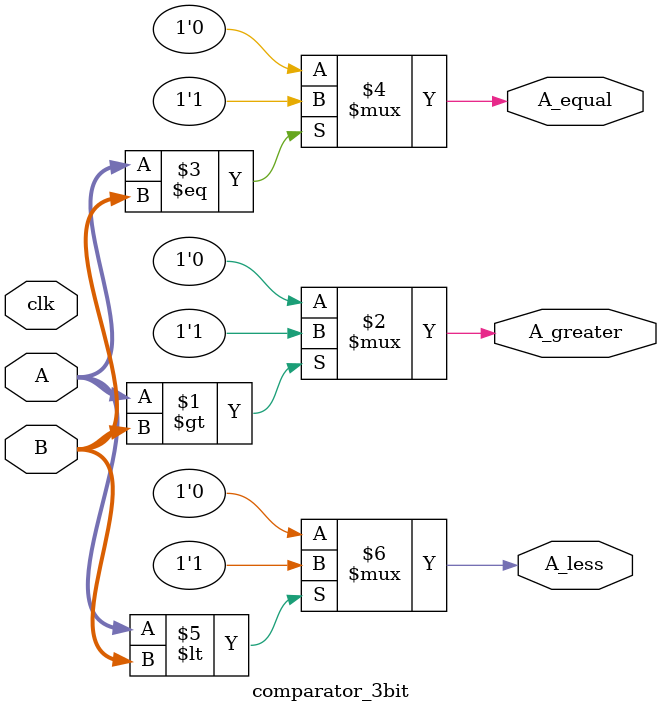
<source format=v>
module comparator_3bit (
    input clk,
    input [2:0] A,
    input [2:0] B,
    output A_greater,
    output A_equal,
    output A_less
);

    assign A_greater = (A > B) ? 1'b1 : 1'b0;
    assign A_equal = (A == B) ? 1'b1 : 1'b0;
    assign A_less = (A < B) ? 1'b1 : 1'b0;

endmodule
</source>
